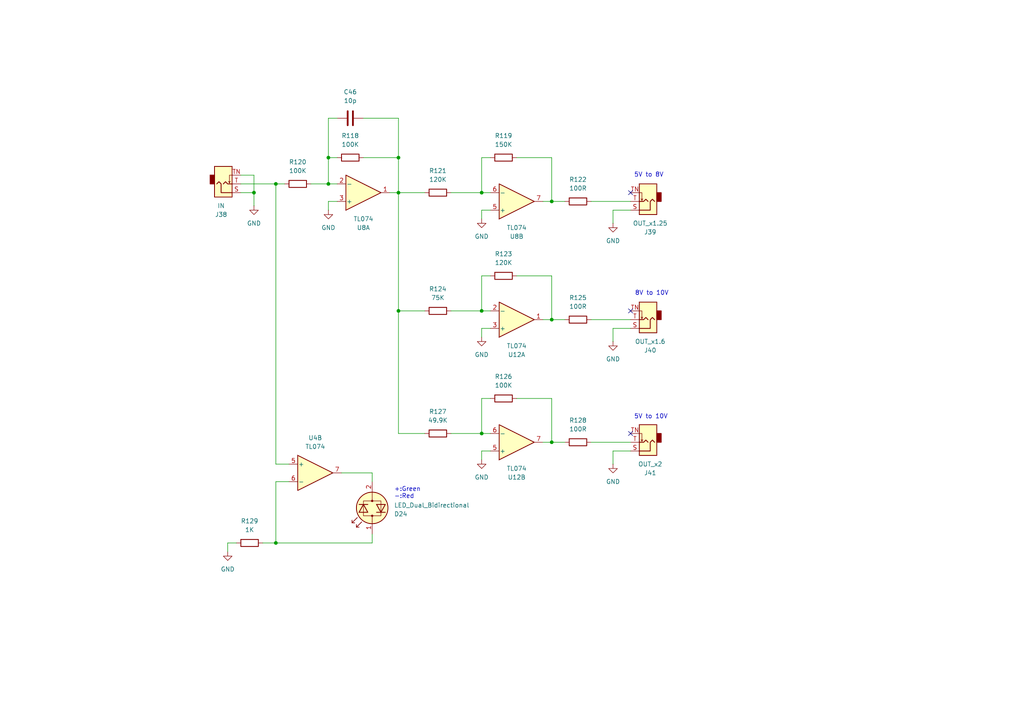
<source format=kicad_sch>
(kicad_sch (version 20231120) (generator "eeschema") (generator_version "8.0")
  (paper "A4")
  (title_block (title "Voltage Doubler") (date "2025-03-23") (rev "1.0") (company "StudioKAT"))
  (lib_symbols
    (symbol "Amplifier_Operational:TL074" (pin_names (offset 0.127))
      (property "Reference" "U" (at 0 5.08 0))
      (property "Value" "TL074" (at 0 -5.08 0))
      (symbol "TL074_1_1"
        (polyline (pts (xy -5.08 5.08) (xy 5.08 0) (xy -5.08 -5.08) (xy -5.08 5.08)) (stroke (width 0.254)) (fill (type background)))
        (pin output line (at 7.62 0 180) (length 2.54) (name "~") (number "1"))
        (pin input line (at -7.62 -2.54 0) (length 2.54) (name "-") (number "2"))
        (pin input line (at -7.62 2.54 0) (length 2.54) (name "+") (number "3"))
      )
      (symbol "TL074_2_1"
        (polyline (pts (xy -5.08 5.08) (xy 5.08 0) (xy -5.08 -5.08) (xy -5.08 5.08)) (stroke (width 0.254)) (fill (type background)))
        (pin input line (at -7.62 2.54 0) (length 2.54) (name "+") (number "5"))
        (pin input line (at -7.62 -2.54 0) (length 2.54) (name "-") (number "6"))
        (pin output line (at 7.62 0 180) (length 2.54) (name "~") (number "7"))
      )
      (symbol "TL074_3_1"
        (polyline (pts (xy -5.08 5.08) (xy 5.08 0) (xy -5.08 -5.08) (xy -5.08 5.08)) (stroke (width 0.254)) (fill (type background)))
        (pin input line (at -7.62 2.54 0) (length 2.54) (name "+") (number "10"))
        (pin output line (at 7.62 0 180) (length 2.54) (name "~") (number "8"))
        (pin input line (at -7.62 -2.54 0) (length 2.54) (name "-") (number "9"))
      )
      (symbol "TL074_4_1"
        (polyline (pts (xy -5.08 5.08) (xy 5.08 0) (xy -5.08 -5.08) (xy -5.08 5.08)) (stroke (width 0.254)) (fill (type background)))
        (pin input line (at -7.62 2.54 0) (length 2.54) (name "+") (number "12"))
        (pin input line (at -7.62 -2.54 0) (length 2.54) (name "-") (number "13"))
        (pin output line (at 7.62 0 180) (length 2.54) (name "~") (number "14"))
      )
      (symbol "TL074_5_1"
        (pin power_in line (at -2.54 -7.62 90) (length 3.81) (name "V-") (number "11"))
        (pin power_in line (at -2.54 7.62 270) (length 3.81) (name "V+") (number "4"))
      )
    )
    (symbol "Connector_Audio:AudioJack2_SwitchT"
      (property "Reference" "J" (at 0 8.89 0))
      (property "Value" "AudioJack2_SwitchT" (at 0 6.35 0))
      (symbol "AudioJack2_SwitchT_0_1"
        (rectangle (start -2.54 0) (end -3.81 -2.54) (stroke (width 0.254)) (fill (type outline)))
        (polyline (pts (xy 1.778 -0.254) (xy 2.032 -0.762)))
        (polyline (pts (xy 0 0) (xy 0.635 -0.635) (xy 1.27 0) (xy 2.54 0)) (stroke (width 0.254)))
        (polyline (pts (xy 2.54 -2.54) (xy 1.778 -2.54) (xy 1.778 -0.254) (xy 1.524 -0.762)))
        (polyline (pts (xy 2.54 2.54) (xy -0.635 2.54) (xy -0.635 0) (xy -1.27 -0.635) (xy -1.905 0)) (stroke (width 0.254)))
        (rectangle (start 2.54 3.81) (end -2.54 -5.08) (stroke (width 0.254)) (fill (type background)))
      )
      (symbol "AudioJack2_SwitchT_1_1"
        (pin passive line (at 5.08 2.54 180) (length 2.54) (name "~") (number "S"))
        (pin passive line (at 5.08 0 180) (length 2.54) (name "~") (number "T"))
        (pin passive line (at 5.08 -2.54 180) (length 2.54) (name "~") (number "TN"))
      )
    )
    (symbol "Device:C" (pin_numbers hide) (pin_names (offset 0.254))
      (property "Reference" "C" (at 0.635 2.54 0))
      (property "Value" "C" (at 0.635 -2.54 0))
      (symbol "C_0_1"
        (polyline (pts (xy -2.032 -0.762) (xy 2.032 -0.762)) (stroke (width 0.508)))
        (polyline (pts (xy -2.032 0.762) (xy 2.032 0.762)) (stroke (width 0.508)))
      )
      (symbol "C_1_1"
        (pin passive line (at 0 3.81 270) (length 2.794) (name "~") (number "1"))
        (pin passive line (at 0 -3.81 90) (length 2.794) (name "~") (number "2"))
      )
    )
    (symbol "Device:LED_Dual_Bidirectional" (pin_names (offset 0) hide)
      (property "Reference" "D" (at 0 5.715 0))
      (property "Value" "LED_Dual_Bidirectional" (at 0 -6.35 0))
      (symbol "LED_Dual_Bidirectional_0_1"
        (circle (center -2.032 0) (radius 0.254) (fill (type outline)))
        (polyline (pts (xy -4.572 0) (xy -2.54 0)))
        (polyline (pts (xy -2.032 0) (xy -2.54 0)))
        (polyline (pts (xy -1.016 3.81) (xy -1.016 1.27)) (stroke (width 0.254)))
        (polyline (pts (xy 1.27 -1.27) (xy 1.27 -3.81)) (stroke (width 0.254)))
        (polyline (pts (xy 4.064 0) (xy 2.286 0)) (fill (type outline)))
        (polyline (pts (xy 4.318 5.842) (xy 4.318 5.08)) (stroke (width 0.2032)))
        (polyline (pts (xy 5.588 4.572) (xy 5.588 3.81)) (stroke (width 0.2032)))
        (polyline (pts (xy 2.794 4.318) (xy 4.318 5.842) (xy 3.556 5.842)) (stroke (width 0.2032)))
        (polyline (pts (xy 4.064 3.048) (xy 5.588 4.572) (xy 4.826 4.572)) (stroke (width 0.2032)))
        (polyline (pts (xy -1.016 -1.27) (xy -1.016 -3.81) (xy 1.27 -2.54) (xy -1.016 -1.27)) (stroke (width 0.254)))
        (polyline (pts (xy 1.27 3.81) (xy 1.27 1.27) (xy -1.016 2.54) (xy 1.27 3.81)) (stroke (width 0.254)))
        (polyline (pts (xy 2.286 2.54) (xy -2.032 2.54) (xy -2.032 -2.54) (xy 2.286 -2.54) (xy 2.286 2.54)))
        (circle (center 0 0) (radius 4.572) (stroke (width 0.254)) (fill (type background)))
        (circle (center 2.286 0) (radius 0.254) (fill (type outline)))
      )
      (symbol "LED_Dual_Bidirectional_1_1"
        (pin input line (at 7.62 0 180) (length 3.81) (name "KA") (number "1"))
        (pin input line (at -7.62 0 0) (length 3.048) (name "AK") (number "2"))
      )
    )
    (symbol "Device:R" (pin_numbers hide) (pin_names (offset 0))
      (property "Reference" "R" (at 2.032 0 90))
      (property "Value" "R" (at 0 0 90))
      (symbol "R_0_1"
        (rectangle (start -1.016 -2.54) (end 1.016 2.54) (stroke (width 0.254)))
      )
      (symbol "R_1_1"
        (pin passive line (at 0 3.81 270) (length 1.27) (name "~") (number "1"))
        (pin passive line (at 0 -3.81 90) (length 1.27) (name "~") (number "2"))
      )
    )
    (symbol "power:GND" (power) (pin_numbers hide) (pin_names (offset 0) hide)
      (property "Value" "GND" (at 0 -3.81 0))
      (symbol "GND_0_1"
        (polyline (pts (xy 0 0) (xy 0 -1.27) (xy 1.27 -1.27) (xy 0 -2.54) (xy -1.27 -1.27) (xy 0 -1.27)))
      )
      (symbol "GND_1_1"
        (pin power_in line (at 0 0 270) (length 0) (name "~") (number "1"))
      )
    )
  )
  (junction (at 73.66 55.88))
  (junction (at 115.57 90.17))
  (junction (at 139.7 125.73))
  (junction (at 95.25 45.72))
  (junction (at 160.02 128.27))
  (junction (at 80.01 157.48))
  (junction (at 95.25 53.34))
  (junction (at 139.7 55.88))
  (junction (at 80.01 53.34))
  (junction (at 115.57 45.72))
  (junction (at 160.02 92.71))
  (junction (at 115.57 55.88))
  (junction (at 160.02 58.42))
  (junction (at 139.7 90.17))
  (no_connect (at 182.88 55.88))
  (no_connect (at 182.88 125.73))
  (no_connect (at 182.88 90.17))
  (wire (pts (xy 97.79 58.42) (xy 95.25 58.42)))
  (wire (pts (xy 142.24 115.57) (xy 139.7 115.57)))
  (wire (pts (xy 149.86 80.01) (xy 160.02 80.01)))
  (wire (pts (xy 99.06 137.16) (xy 107.95 137.16)))
  (wire (pts (xy 123.19 125.73) (xy 115.57 125.73)))
  (wire (pts (xy 139.7 45.72) (xy 139.7 55.88)))
  (wire (pts (xy 142.24 95.25) (xy 139.7 95.25)))
  (wire (pts (xy 130.81 90.17) (xy 139.7 90.17)))
  (wire (pts (xy 139.7 55.88) (xy 142.24 55.88)))
  (wire (pts (xy 171.45 128.27) (xy 182.88 128.27)))
  (wire (pts (xy 76.2 157.48) (xy 80.01 157.48)))
  (wire (pts (xy 130.81 125.73) (xy 139.7 125.73)))
  (wire (pts (xy 139.7 95.25) (xy 139.7 97.79)))
  (wire (pts (xy 115.57 45.72) (xy 115.57 55.88)))
  (wire (pts (xy 107.95 137.16) (xy 107.95 139.7)))
  (wire (pts (xy 149.86 45.72) (xy 160.02 45.72)))
  (wire (pts (xy 107.95 157.48) (xy 80.01 157.48)))
  (wire (pts (xy 142.24 80.01) (xy 139.7 80.01)))
  (wire (pts (xy 182.88 60.96) (xy 177.8 60.96)))
  (wire (pts (xy 80.01 134.62) (xy 80.01 53.34)))
  (wire (pts (xy 80.01 139.7) (xy 80.01 157.48)))
  (wire (pts (xy 160.02 115.57) (xy 160.02 128.27)))
  (wire (pts (xy 115.57 34.29) (xy 115.57 45.72)))
  (wire (pts (xy 97.79 34.29) (xy 95.25 34.29)))
  (wire (pts (xy 123.19 90.17) (xy 115.57 90.17)))
  (wire (pts (xy 90.17 53.34) (xy 95.25 53.34)))
  (wire (pts (xy 115.57 90.17) (xy 115.57 55.88)))
  (wire (pts (xy 69.85 50.8) (xy 73.66 50.8)))
  (wire (pts (xy 171.45 92.71) (xy 182.88 92.71)))
  (wire (pts (xy 95.25 34.29) (xy 95.25 45.72)))
  (wire (pts (xy 142.24 60.96) (xy 139.7 60.96)))
  (wire (pts (xy 105.41 34.29) (xy 115.57 34.29)))
  (wire (pts (xy 177.8 60.96) (xy 177.8 64.77)))
  (wire (pts (xy 139.7 60.96) (xy 139.7 63.5)))
  (wire (pts (xy 69.85 53.34) (xy 80.01 53.34)))
  (wire (pts (xy 73.66 55.88) (xy 73.66 59.69)))
  (wire (pts (xy 182.88 130.81) (xy 177.8 130.81)))
  (wire (pts (xy 130.81 55.88) (xy 139.7 55.88)))
  (wire (pts (xy 80.01 139.7) (xy 83.82 139.7)))
  (wire (pts (xy 115.57 55.88) (xy 123.19 55.88)))
  (wire (pts (xy 139.7 80.01) (xy 139.7 90.17)))
  (wire (pts (xy 139.7 90.17) (xy 142.24 90.17)))
  (wire (pts (xy 182.88 95.25) (xy 177.8 95.25)))
  (wire (pts (xy 160.02 92.71) (xy 157.48 92.71)))
  (wire (pts (xy 160.02 58.42) (xy 163.83 58.42)))
  (wire (pts (xy 139.7 125.73) (xy 142.24 125.73)))
  (wire (pts (xy 80.01 53.34) (xy 82.55 53.34)))
  (wire (pts (xy 160.02 128.27) (xy 163.83 128.27)))
  (wire (pts (xy 95.25 53.34) (xy 97.79 53.34)))
  (wire (pts (xy 142.24 45.72) (xy 139.7 45.72)))
  (wire (pts (xy 83.82 134.62) (xy 80.01 134.62)))
  (wire (pts (xy 160.02 92.71) (xy 163.83 92.71)))
  (wire (pts (xy 149.86 115.57) (xy 160.02 115.57)))
  (wire (pts (xy 139.7 130.81) (xy 139.7 133.35)))
  (wire (pts (xy 160.02 58.42) (xy 157.48 58.42)))
  (wire (pts (xy 73.66 50.8) (xy 73.66 55.88)))
  (wire (pts (xy 177.8 95.25) (xy 177.8 99.06)))
  (wire (pts (xy 95.25 45.72) (xy 95.25 53.34)))
  (wire (pts (xy 66.04 157.48) (xy 68.58 157.48)))
  (wire (pts (xy 177.8 130.81) (xy 177.8 134.62)))
  (wire (pts (xy 95.25 58.42) (xy 95.25 60.96)))
  (wire (pts (xy 160.02 80.01) (xy 160.02 92.71)))
  (wire (pts (xy 97.79 45.72) (xy 95.25 45.72)))
  (wire (pts (xy 171.45 58.42) (xy 182.88 58.42)))
  (wire (pts (xy 115.57 125.73) (xy 115.57 90.17)))
  (wire (pts (xy 160.02 128.27) (xy 157.48 128.27)))
  (wire (pts (xy 66.04 160.02) (xy 66.04 157.48)))
  (wire (pts (xy 107.95 154.94) (xy 107.95 157.48)))
  (wire (pts (xy 139.7 115.57) (xy 139.7 125.73)))
  (wire (pts (xy 142.24 130.81) (xy 139.7 130.81)))
  (wire (pts (xy 115.57 55.88) (xy 113.03 55.88)))
  (wire (pts (xy 69.85 55.88) (xy 73.66 55.88)))
  (wire (pts (xy 105.41 45.72) (xy 115.57 45.72)))
  (wire (pts (xy 160.02 45.72) (xy 160.02 58.42)))
  (text "8V to 10V" (at 184.15 85.09 0) (effects (font (size 1.27 1.27)) (justify left)))
  (text "5V to 10V" (at 183.896 120.904 0) (effects (font (size 1.27 1.27)) (justify left)))
  (text "+:Green\n-:Red" (at 114.3 143.002 0) (effects (font (size 1.27 1.27)) (justify left)))
  (text "5V to 8V" (at 183.896 50.8 0) (effects (font (size 1.27 1.27)) (justify left)))
  (symbol (lib_id "Amplifier_Operational:TL074") (at 91.44 137.16 0) (unit 2)
    (property "Reference" "U4" (at 91.44 127 0))
    (property "Value" "TL074" (at 91.44 129.54 0))
    (property "Footprint" "Package_SO:TSSOP-14_4.4x5mm_P0.65mm" (effects (hide yes)))
    (property "Datasheet" "http://www.ti.com/lit/ds/symlink/tl071.pdf" (effects (hide yes)))
    (property "Description" "Quad Low-Noise JFET-Input Operational Amplifiers, DIP-14/SOIC-14" (effects (hide yes)))
    (property "LCSC" "C4370424" (effects (hide yes)))
  )
  (symbol (lib_id "Amplifier_Operational:TL074") (at 149.86 58.42 0) (mirror x) (unit 2)
    (property "Reference" "U8" (at 149.86 68.58 0))
    (property "Value" "TL074" (at 149.86 66.04 0))
    (property "Footprint" "Package_SO:TSSOP-14_4.4x5mm_P0.65mm" (effects (hide yes)))
    (property "Datasheet" "http://www.ti.com/lit/ds/symlink/tl071.pdf" (effects (hide yes)))
    (property "Description" "Quad Low-Noise JFET-Input Operational Amplifiers, DIP-14/SOIC-14" (effects (hide yes)))
    (property "LCSC" "C4370424" (effects (hide yes)))
  )
  (symbol (lib_id "Device:R") (at 167.64 92.71 90) (unit 1)
    (property "Reference" "R125" (at 167.64 86.36 90))
    (property "Value" "100R" (at 167.64 88.9 90))
    (property "Footprint" "Resistor_SMD:R_0402_1005Metric" (effects (hide yes)))
    (property "Description" "Resistor" (effects (hide yes)))
    (property "LCSC" "C25076" (effects (hide yes)))
  )
  (symbol (lib_id "Device:R") (at 167.64 128.27 90) (unit 1)
    (property "Reference" "R128" (at 167.64 121.92 90))
    (property "Value" "100R" (at 167.64 124.46 90))
    (property "Footprint" "Resistor_SMD:R_0402_1005Metric" (effects (hide yes)))
    (property "Description" "Resistor" (effects (hide yes)))
    (property "LCSC" "C25076" (effects (hide yes)))
  )
  (symbol (lib_id "Device:R") (at 127 55.88 90) (unit 1)
    (property "Reference" "R121" (at 127 49.53 90))
    (property "Value" "120K" (at 127 52.07 90))
    (property "Footprint" "Resistor_SMD:R_0402_1005Metric" (effects (hide yes)))
    (property "Description" "Resistor" (effects (hide yes)))
    (property "LCSC" "C25750" (effects (hide yes)))
  )
  (symbol (lib_id "power:GND") (at 177.8 64.77 0) (unit 1)
    (property "Reference" "#PWR0112" (effects (hide yes)))
    (property "Value" "GND" (at 177.8 69.85 0))
    (property "Description" "Power symbol creates a global label with name \"GND\" , ground" (effects (hide yes)))
  )
  (symbol (lib_id "Device:R") (at 167.64 58.42 90) (unit 1)
    (property "Reference" "R122" (at 167.64 52.07 90))
    (property "Value" "100R" (at 167.64 54.61 90))
    (property "Footprint" "Resistor_SMD:R_0402_1005Metric" (effects (hide yes)))
    (property "Description" "Resistor" (effects (hide yes)))
    (property "LCSC" "C25076" (effects (hide yes)))
  )
  (symbol (lib_id "Device:R") (at 146.05 80.01 90) (unit 1)
    (property "Reference" "R123" (at 146.05 73.66 90))
    (property "Value" "120K" (at 146.05 76.2 90))
    (property "Footprint" "Resistor_SMD:R_0402_1005Metric" (effects (hide yes)))
    (property "Description" "Resistor" (effects (hide yes)))
    (property "LCSC" "C25750" (effects (hide yes)))
  )
  (symbol (lib_id "Device:R") (at 101.6 45.72 90) (unit 1)
    (property "Reference" "R118" (at 101.6 39.37 90))
    (property "Value" "100K" (at 101.6 41.91 90))
    (property "Footprint" "Resistor_SMD:R_0402_1005Metric" (effects (hide yes)))
    (property "Description" "Resistor" (effects (hide yes)))
    (property "LCSC" "C25741" (effects (hide yes)))
  )
  (symbol (lib_id "Device:R") (at 146.05 115.57 90) (unit 1)
    (property "Reference" "R126" (at 146.05 109.22 90))
    (property "Value" "100K" (at 146.05 111.76 90))
    (property "Footprint" "Resistor_SMD:R_0402_1005Metric" (effects (hide yes)))
    (property "Description" "Resistor" (effects (hide yes)))
    (property "LCSC" "C25741" (effects (hide yes)))
  )
  (symbol (lib_id "power:GND") (at 66.04 160.02 0) (unit 1)
    (property "Reference" "#PWR0117" (effects (hide yes)))
    (property "Value" "GND" (at 66.04 165.1 0))
    (property "Description" "Power symbol creates a global label with name \"GND\" , ground" (effects (hide yes)))
  )
  (symbol (lib_id "power:GND") (at 139.7 133.35 0) (unit 1)
    (property "Reference" "#PWR0115" (effects (hide yes)))
    (property "Value" "GND" (at 139.7 138.43 0))
    (property "Description" "Power symbol creates a global label with name \"GND\" , ground" (effects (hide yes)))
  )
  (symbol (lib_id "power:GND") (at 73.66 59.69 0) (unit 1)
    (property "Reference" "#PWR0109" (effects (hide yes)))
    (property "Value" "GND" (at 73.66 64.77 0))
    (property "Description" "Power symbol creates a global label with name \"GND\" , ground" (effects (hide yes)))
  )
  (symbol (lib_id "Device:C") (at 101.6 34.29 90) (unit 1)
    (property "Reference" "C46" (at 101.6 26.67 90))
    (property "Value" "10p" (at 101.6 29.21 90))
    (property "Footprint" "Capacitor_SMD:C_0402_1005Metric" (effects (hide yes)))
    (property "Description" "Unpolarized capacitor" (effects (hide yes)))
    (property "LCSC" "C32949" (effects (hide yes)))
  )
  (symbol (lib_id "Connector_Audio:AudioJack2_SwitchT") (at 64.77 53.34 0) (mirror x) (unit 1)
    (property "Reference" "J38" (at 64.135 62.23 0))
    (property "Value" "IN" (at 64.135 59.69 0))
    (property "Footprint" "kat_eurorack:AudioJack_PJ301M-12" (effects (hide yes)))
    (property "Description" "Audio Jack, 2 Poles (Mono / TS), Switched T Pole (Normalling)" (effects (hide yes)))
  )
  (symbol (lib_id "Device:R") (at 127 125.73 90) (unit 1)
    (property "Reference" "R127" (at 127 119.38 90))
    (property "Value" "49.9K" (at 127 121.92 90))
    (property "Footprint" "Resistor_SMD:R_0402_1005Metric" (effects (hide yes)))
    (property "Description" "Resistor" (effects (hide yes)))
    (property "LCSC" "C25897" (effects (hide yes)))
  )
  (symbol (lib_id "Amplifier_Operational:TL074") (at 105.41 55.88 0) (mirror x) (unit 1)
    (property "Reference" "U8" (at 105.41 66.04 0))
    (property "Value" "TL074" (at 105.41 63.5 0))
    (property "Footprint" "Package_SO:TSSOP-14_4.4x5mm_P0.65mm" (effects (hide yes)))
    (property "Datasheet" "http://www.ti.com/lit/ds/symlink/tl071.pdf" (effects (hide yes)))
    (property "Description" "Quad Low-Noise JFET-Input Operational Amplifiers, DIP-14/SOIC-14" (effects (hide yes)))
    (property "LCSC" "C4370424" (effects (hide yes)))
  )
  (symbol (lib_id "power:GND") (at 95.25 60.96 0) (unit 1)
    (property "Reference" "#PWR0110" (effects (hide yes)))
    (property "Value" "GND" (at 95.25 66.04 0))
    (property "Description" "Power symbol creates a global label with name \"GND\" , ground" (effects (hide yes)))
  )
  (symbol (lib_id "Device:R") (at 72.39 157.48 90) (unit 1)
    (property "Reference" "R129" (at 72.39 151.13 90))
    (property "Value" "1K" (at 72.39 153.67 90))
    (property "Footprint" "Resistor_SMD:R_0402_1005Metric" (effects (hide yes)))
    (property "Description" "Resistor" (effects (hide yes)))
    (property "LCSC" "C11702" (effects (hide yes)))
  )
  (symbol (lib_id "Amplifier_Operational:TL074") (at 149.86 92.71 0) (mirror x) (unit 1)
    (property "Reference" "U12" (at 149.86 102.87 0))
    (property "Value" "TL074" (at 149.86 100.33 0))
    (property "Footprint" "Package_SO:TSSOP-14_4.4x5mm_P0.65mm" (effects (hide yes)))
    (property "Datasheet" "http://www.ti.com/lit/ds/symlink/tl071.pdf" (effects (hide yes)))
    (property "Description" "Quad Low-Noise JFET-Input Operational Amplifiers, DIP-14/SOIC-14" (effects (hide yes)))
    (property "LCSC" "C4370424" (effects (hide yes)))
  )
  (symbol (lib_id "Connector_Audio:AudioJack2_SwitchT") (at 187.96 92.71 180) (unit 1)
    (property "Reference" "J40" (at 188.595 101.6 0))
    (property "Value" "OUT_x1.6" (at 188.595 99.06 0))
    (property "Footprint" "kat_eurorack:AudioJack_PJ301M-12" (effects (hide yes)))
    (property "Description" "Audio Jack, 2 Poles (Mono / TS), Switched T Pole (Normalling)" (effects (hide yes)))
  )
  (symbol (lib_id "Device:R") (at 86.36 53.34 90) (unit 1)
    (property "Reference" "R120" (at 86.36 46.99 90))
    (property "Value" "100K" (at 86.36 49.53 90))
    (property "Footprint" "Resistor_SMD:R_0402_1005Metric" (effects (hide yes)))
    (property "Description" "Resistor" (effects (hide yes)))
    (property "LCSC" "C25741" (effects (hide yes)))
  )
  (symbol (lib_id "power:GND") (at 139.7 97.79 0) (unit 1)
    (property "Reference" "#PWR0113" (effects (hide yes)))
    (property "Value" "GND" (at 139.7 102.87 0))
    (property "Description" "Power symbol creates a global label with name \"GND\" , ground" (effects (hide yes)))
  )
  (symbol (lib_id "Amplifier_Operational:TL074") (at 149.86 128.27 0) (mirror x) (unit 2)
    (property "Reference" "U12" (at 149.86 138.43 0))
    (property "Value" "TL074" (at 149.86 135.89 0))
    (property "Footprint" "Package_SO:TSSOP-14_4.4x5mm_P0.65mm" (effects (hide yes)))
    (property "Datasheet" "http://www.ti.com/lit/ds/symlink/tl071.pdf" (effects (hide yes)))
    (property "Description" "Quad Low-Noise JFET-Input Operational Amplifiers, DIP-14/SOIC-14" (effects (hide yes)))
    (property "LCSC" "C4370424" (effects (hide yes)))
  )
  (symbol (lib_id "Device:LED_Dual_Bidirectional") (at 107.95 147.32 90) (mirror x) (unit 1)
    (property "Reference" "D24" (at 114.3 149.0854 90) (effects (justify right)))
    (property "Value" "LED_Dual_Bidirectional" (at 114.3 146.5454 90) (effects (justify right)))
    (property "Footprint" "LED_THT:LED_D3.0mm" (effects (hide yes)))
    (property "Description" "Dual LED, bidirectional" (effects (hide yes)))
  )
  (symbol (lib_id "Connector_Audio:AudioJack2_SwitchT") (at 187.96 128.27 180) (unit 1)
    (property "Reference" "J41" (at 188.595 137.16 0))
    (property "Value" "OUT_x2" (at 188.595 134.62 0))
    (property "Footprint" "kat_eurorack:AudioJack_PJ301M-12" (effects (hide yes)))
    (property "Description" "Audio Jack, 2 Poles (Mono / TS), Switched T Pole (Normalling)" (effects (hide yes)))
  )
  (symbol (lib_id "power:GND") (at 177.8 99.06 0) (unit 1)
    (property "Reference" "#PWR0114" (effects (hide yes)))
    (property "Value" "GND" (at 177.8 104.14 0))
    (property "Description" "Power symbol creates a global label with name \"GND\" , ground" (effects (hide yes)))
  )
  (symbol (lib_id "Device:R") (at 146.05 45.72 90) (unit 1)
    (property "Reference" "R119" (at 146.05 39.37 90))
    (property "Value" "150K" (at 146.05 41.91 90))
    (property "Footprint" "Resistor_SMD:R_0402_1005Metric" (effects (hide yes)))
    (property "Description" "Resistor" (effects (hide yes)))
    (property "LCSC" "C25755" (effects (hide yes)))
  )
  (symbol (lib_id "power:GND") (at 177.8 134.62 0) (unit 1)
    (property "Reference" "#PWR0116" (effects (hide yes)))
    (property "Value" "GND" (at 177.8 139.7 0))
    (property "Description" "Power symbol creates a global label with name \"GND\" , ground" (effects (hide yes)))
  )
  (symbol (lib_id "power:GND") (at 139.7 63.5 0) (unit 1)
    (property "Reference" "#PWR0111" (effects (hide yes)))
    (property "Value" "GND" (at 139.7 68.58 0))
    (property "Description" "Power symbol creates a global label with name \"GND\" , ground" (effects (hide yes)))
  )
  (symbol (lib_id "Device:R") (at 127 90.17 90) (unit 1)
    (property "Reference" "R124" (at 127 83.82 90))
    (property "Value" "75K" (at 127 86.36 90))
    (property "Footprint" "Resistor_SMD:R_0402_1005Metric" (effects (hide yes)))
    (property "Description" "Resistor" (effects (hide yes)))
    (property "LCSC" "C25798" (effects (hide yes)))
  )
  (symbol (lib_id "Connector_Audio:AudioJack2_SwitchT") (at 187.96 58.42 180) (unit 1)
    (property "Reference" "J39" (at 188.595 67.31 0))
    (property "Value" "OUT_x1.25" (at 188.595 64.77 0))
    (property "Footprint" "kat_eurorack:AudioJack_PJ301M-12" (effects (hide yes)))
    (property "Description" "Audio Jack, 2 Poles (Mono / TS), Switched T Pole (Normalling)" (effects (hide yes)))
  )
)
</source>
